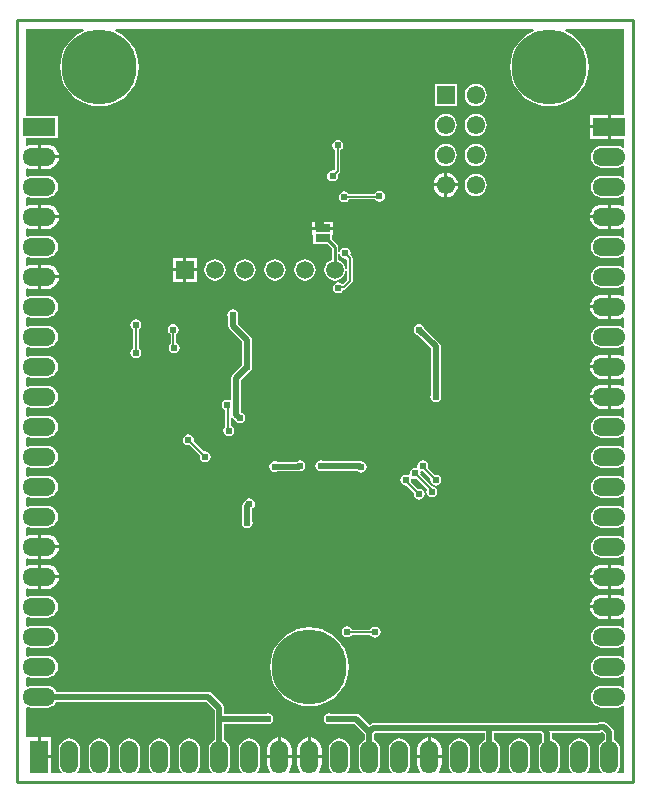
<source format=gbl>
G04*
G04 #@! TF.GenerationSoftware,Altium Limited,Altium Designer,20.0.11 (256)*
G04*
G04 Layer_Physical_Order=2*
G04 Layer_Color=16711680*
%FSLAX25Y25*%
%MOIN*%
G70*
G01*
G75*
%ADD11C,0.02000*%
%ADD14C,0.01000*%
%ADD45C,0.00600*%
%ADD47C,0.02500*%
%ADD49C,0.05906*%
%ADD50R,0.05906X0.05906*%
%ADD51C,0.06102*%
%ADD52R,0.06102X0.06102*%
%ADD53C,0.25000*%
%ADD54O,0.11000X0.06000*%
%ADD55R,0.11000X0.06000*%
%ADD56O,0.06000X0.11000*%
%ADD57R,0.06000X0.11000*%
%ADD58C,0.02400*%
%ADD59R,0.05000X0.02500*%
G36*
X522474Y369000D02*
X518000D01*
Y365000D01*
Y361000D01*
X522474D01*
Y358205D01*
X522026Y357983D01*
X521815Y358145D01*
X520940Y358507D01*
X520000Y358631D01*
X515000D01*
X514060Y358507D01*
X513184Y358145D01*
X512432Y357568D01*
X511855Y356816D01*
X511493Y355940D01*
X511369Y355000D01*
X511493Y354060D01*
X511855Y353185D01*
X512432Y352432D01*
X513184Y351855D01*
X514060Y351493D01*
X515000Y351369D01*
X520000D01*
X520940Y351493D01*
X521815Y351855D01*
X522026Y352017D01*
X522474Y351796D01*
Y348204D01*
X522026Y347983D01*
X521815Y348145D01*
X520940Y348507D01*
X520000Y348631D01*
X515000D01*
X514060Y348507D01*
X513184Y348145D01*
X512432Y347568D01*
X511855Y346815D01*
X511493Y345940D01*
X511369Y345000D01*
X511493Y344060D01*
X511855Y343184D01*
X512432Y342432D01*
X513184Y341855D01*
X514060Y341493D01*
X515000Y341369D01*
X520000D01*
X520940Y341493D01*
X521815Y341855D01*
X522026Y342017D01*
X522474Y341795D01*
Y338709D01*
X522340Y338643D01*
X521974Y338512D01*
X521044Y338897D01*
X520000Y339035D01*
X518000D01*
Y335000D01*
Y330965D01*
X520000D01*
X521044Y331103D01*
X521974Y331488D01*
X522340Y331358D01*
X522474Y331291D01*
Y328204D01*
X522026Y327983D01*
X521815Y328145D01*
X520940Y328507D01*
X520000Y328631D01*
X515000D01*
X514060Y328507D01*
X513184Y328145D01*
X512432Y327568D01*
X511855Y326816D01*
X511493Y325940D01*
X511369Y325000D01*
X511493Y324060D01*
X511855Y323184D01*
X512432Y322432D01*
X513184Y321855D01*
X514060Y321493D01*
X515000Y321369D01*
X520000D01*
X520940Y321493D01*
X521815Y321855D01*
X522026Y322017D01*
X522474Y321796D01*
Y318204D01*
X522026Y317983D01*
X521815Y318145D01*
X520940Y318507D01*
X520000Y318631D01*
X515000D01*
X514060Y318507D01*
X513184Y318145D01*
X512432Y317567D01*
X511855Y316815D01*
X511493Y315940D01*
X511369Y315000D01*
X511493Y314060D01*
X511855Y313184D01*
X512432Y312433D01*
X513184Y311855D01*
X514060Y311493D01*
X515000Y311369D01*
X520000D01*
X520940Y311493D01*
X521815Y311855D01*
X522026Y312017D01*
X522474Y311795D01*
Y308709D01*
X522340Y308643D01*
X521974Y308512D01*
X521044Y308897D01*
X520000Y309034D01*
X518000D01*
Y305000D01*
Y300965D01*
X520000D01*
X521044Y301103D01*
X521974Y301488D01*
X522340Y301358D01*
X522474Y301291D01*
Y298204D01*
X522026Y297983D01*
X521815Y298145D01*
X520940Y298507D01*
X520000Y298631D01*
X515000D01*
X514060Y298507D01*
X513184Y298145D01*
X512432Y297568D01*
X511855Y296815D01*
X511493Y295940D01*
X511369Y295000D01*
X511493Y294060D01*
X511855Y293184D01*
X512432Y292432D01*
X513184Y291855D01*
X514060Y291493D01*
X515000Y291369D01*
X520000D01*
X520940Y291493D01*
X521815Y291855D01*
X522026Y292017D01*
X522474Y291795D01*
Y288709D01*
X522340Y288643D01*
X521974Y288512D01*
X521044Y288897D01*
X520000Y289035D01*
X518000D01*
Y285000D01*
Y280965D01*
X520000D01*
X521044Y281103D01*
X521974Y281488D01*
X522340Y281358D01*
X522474Y281291D01*
Y278709D01*
X522340Y278643D01*
X521974Y278512D01*
X521044Y278897D01*
X520000Y279034D01*
X518000D01*
Y275000D01*
Y270966D01*
X520000D01*
X521044Y271103D01*
X521974Y271488D01*
X522340Y271357D01*
X522474Y271291D01*
Y268204D01*
X522026Y267983D01*
X521815Y268145D01*
X520940Y268507D01*
X520000Y268631D01*
X515000D01*
X514060Y268507D01*
X513184Y268145D01*
X512432Y267567D01*
X511855Y266815D01*
X511493Y265940D01*
X511369Y265000D01*
X511493Y264060D01*
X511855Y263184D01*
X512432Y262433D01*
X513184Y261855D01*
X514060Y261493D01*
X515000Y261369D01*
X520000D01*
X520940Y261493D01*
X521815Y261855D01*
X522026Y262017D01*
X522474Y261795D01*
Y258205D01*
X522026Y257983D01*
X521815Y258145D01*
X520940Y258507D01*
X520000Y258631D01*
X515000D01*
X514060Y258507D01*
X513184Y258145D01*
X512432Y257568D01*
X511855Y256816D01*
X511493Y255940D01*
X511369Y255000D01*
X511493Y254060D01*
X511855Y253185D01*
X512432Y252432D01*
X513184Y251855D01*
X514060Y251493D01*
X515000Y251369D01*
X520000D01*
X520940Y251493D01*
X521815Y251855D01*
X522026Y252017D01*
X522474Y251796D01*
Y248204D01*
X522026Y247983D01*
X521815Y248145D01*
X520940Y248507D01*
X520000Y248631D01*
X515000D01*
X514060Y248507D01*
X513184Y248145D01*
X512432Y247568D01*
X511855Y246815D01*
X511493Y245940D01*
X511369Y245000D01*
X511493Y244060D01*
X511855Y243184D01*
X512432Y242432D01*
X513184Y241855D01*
X514060Y241493D01*
X515000Y241369D01*
X520000D01*
X520940Y241493D01*
X521815Y241855D01*
X522026Y242017D01*
X522474Y241795D01*
Y238205D01*
X522026Y237983D01*
X521815Y238145D01*
X520940Y238507D01*
X520000Y238631D01*
X515000D01*
X514060Y238507D01*
X513184Y238145D01*
X512432Y237567D01*
X511855Y236816D01*
X511493Y235940D01*
X511369Y235000D01*
X511493Y234060D01*
X511855Y233185D01*
X512432Y232433D01*
X513184Y231855D01*
X514060Y231493D01*
X515000Y231369D01*
X520000D01*
X520940Y231493D01*
X521815Y231855D01*
X522026Y232017D01*
X522474Y231796D01*
Y228204D01*
X522026Y227983D01*
X521815Y228145D01*
X520940Y228507D01*
X520000Y228631D01*
X515000D01*
X514060Y228507D01*
X513184Y228145D01*
X512432Y227568D01*
X511855Y226816D01*
X511493Y225940D01*
X511369Y225000D01*
X511493Y224060D01*
X511855Y223184D01*
X512432Y222432D01*
X513184Y221855D01*
X514060Y221493D01*
X515000Y221369D01*
X520000D01*
X520940Y221493D01*
X521815Y221855D01*
X522026Y222017D01*
X522474Y221796D01*
Y218709D01*
X522340Y218642D01*
X521974Y218512D01*
X521044Y218897D01*
X520000Y219035D01*
X518000D01*
Y215000D01*
Y210965D01*
X520000D01*
X521044Y211103D01*
X521974Y211488D01*
X522340Y211357D01*
X522474Y211291D01*
Y208709D01*
X522340Y208643D01*
X521974Y208512D01*
X521044Y208897D01*
X520000Y209034D01*
X518000D01*
Y205000D01*
Y200965D01*
X520000D01*
X521044Y201103D01*
X521974Y201488D01*
X522340Y201358D01*
X522474Y201291D01*
Y198205D01*
X522026Y197983D01*
X521815Y198145D01*
X520940Y198507D01*
X520000Y198631D01*
X515000D01*
X514060Y198507D01*
X513184Y198145D01*
X512432Y197568D01*
X511855Y196816D01*
X511493Y195940D01*
X511369Y195000D01*
X511493Y194060D01*
X511855Y193184D01*
X512432Y192432D01*
X513184Y191855D01*
X514060Y191493D01*
X515000Y191369D01*
X520000D01*
X520940Y191493D01*
X521815Y191855D01*
X522026Y192017D01*
X522474Y191796D01*
Y188205D01*
X522026Y187983D01*
X521815Y188145D01*
X520940Y188507D01*
X520000Y188631D01*
X515000D01*
X514060Y188507D01*
X513184Y188145D01*
X512432Y187568D01*
X511855Y186816D01*
X511493Y185940D01*
X511369Y185000D01*
X511493Y184060D01*
X511855Y183185D01*
X512432Y182432D01*
X513184Y181855D01*
X514060Y181493D01*
X515000Y181369D01*
X520000D01*
X520940Y181493D01*
X521815Y181855D01*
X522026Y182017D01*
X522474Y181796D01*
Y178205D01*
X522026Y177983D01*
X521815Y178145D01*
X520940Y178507D01*
X520000Y178631D01*
X515000D01*
X514060Y178507D01*
X513184Y178145D01*
X512432Y177568D01*
X511855Y176815D01*
X511493Y175940D01*
X511369Y175000D01*
X511493Y174060D01*
X511855Y173185D01*
X512432Y172432D01*
X513184Y171855D01*
X514060Y171493D01*
X515000Y171369D01*
X520000D01*
X520940Y171493D01*
X521815Y171855D01*
X522026Y172017D01*
X522474Y171795D01*
Y149526D01*
X520287D01*
X520139Y150026D01*
X520645Y150684D01*
X521007Y151560D01*
X521131Y152500D01*
Y157500D01*
X521007Y158440D01*
X520645Y159316D01*
X520068Y160068D01*
X519315Y160645D01*
X519131Y160721D01*
Y163248D01*
X519007Y163872D01*
X518653Y164401D01*
X516982Y166073D01*
X516453Y166426D01*
X515828Y166551D01*
X514172D01*
X513547Y166426D01*
X513106Y166131D01*
X438672D01*
X438047Y166007D01*
X437518Y165654D01*
X437500Y165636D01*
X434250Y168885D01*
X433721Y169239D01*
X433097Y169363D01*
X424813D01*
X424717Y169427D01*
X424015Y169567D01*
X423313Y169427D01*
X422717Y169029D01*
X422319Y168434D01*
X422180Y167732D01*
X422319Y167030D01*
X422717Y166434D01*
X423313Y166036D01*
X424015Y165897D01*
X424717Y166036D01*
X424813Y166101D01*
X432421D01*
X435869Y162653D01*
Y160721D01*
X435684Y160645D01*
X434932Y160068D01*
X434355Y159316D01*
X433993Y158440D01*
X433869Y157500D01*
Y152500D01*
X433993Y151560D01*
X434355Y150684D01*
X434861Y150026D01*
X434713Y149526D01*
X430287D01*
X430139Y150026D01*
X430645Y150684D01*
X431007Y151560D01*
X431131Y152500D01*
Y157500D01*
X431007Y158440D01*
X430645Y159316D01*
X430068Y160068D01*
X429316Y160645D01*
X428440Y161007D01*
X427500Y161131D01*
X426560Y161007D01*
X425684Y160645D01*
X424932Y160068D01*
X424355Y159316D01*
X423993Y158440D01*
X423869Y157500D01*
Y152500D01*
X423993Y151560D01*
X424355Y150684D01*
X424861Y150026D01*
X424713Y149526D01*
X420890D01*
X420643Y150026D01*
X420994Y150483D01*
X421397Y151456D01*
X421534Y152500D01*
Y154500D01*
X417500D01*
X413465D01*
Y152500D01*
X413603Y151456D01*
X414006Y150483D01*
X414357Y150026D01*
X414110Y149526D01*
X410890D01*
X410643Y150026D01*
X410994Y150483D01*
X411397Y151456D01*
X411535Y152500D01*
Y154500D01*
X407500D01*
X403466D01*
Y152500D01*
X403603Y151456D01*
X404006Y150483D01*
X404357Y150026D01*
X404110Y149526D01*
X400287D01*
X400139Y150026D01*
X400645Y150684D01*
X401007Y151560D01*
X401131Y152500D01*
Y157500D01*
X401007Y158440D01*
X400645Y159316D01*
X400068Y160068D01*
X399316Y160645D01*
X398440Y161007D01*
X397500Y161131D01*
X396560Y161007D01*
X395685Y160645D01*
X394933Y160068D01*
X394355Y159316D01*
X393993Y158440D01*
X393869Y157500D01*
Y152500D01*
X393993Y151560D01*
X394355Y150684D01*
X394861Y150026D01*
X394713Y149526D01*
X390287D01*
X390139Y150026D01*
X390645Y150684D01*
X391007Y151560D01*
X391131Y152500D01*
Y157500D01*
X391007Y158440D01*
X390645Y159316D01*
X390068Y160068D01*
X389316Y160645D01*
X389131Y160721D01*
Y166101D01*
X402744D01*
X402840Y166036D01*
X403542Y165897D01*
X404245Y166036D01*
X404840Y166434D01*
X405238Y167030D01*
X405378Y167732D01*
X405238Y168434D01*
X404840Y169029D01*
X404245Y169427D01*
X403542Y169567D01*
X402840Y169427D01*
X402744Y169363D01*
X389131D01*
Y171300D01*
X389007Y171924D01*
X388653Y172453D01*
X384953Y176154D01*
X384424Y176507D01*
X383800Y176631D01*
X333221D01*
X333145Y176815D01*
X332568Y177568D01*
X331816Y178145D01*
X330940Y178507D01*
X330000Y178631D01*
X325000D01*
X324060Y178507D01*
X323526Y178286D01*
X323026Y178620D01*
Y181380D01*
X323526Y181714D01*
X324060Y181493D01*
X325000Y181369D01*
X330000D01*
X330940Y181493D01*
X331816Y181855D01*
X332568Y182432D01*
X333145Y183185D01*
X333507Y184060D01*
X333631Y185000D01*
X333507Y185940D01*
X333145Y186816D01*
X332568Y187568D01*
X331816Y188145D01*
X330940Y188507D01*
X330000Y188631D01*
X325000D01*
X324060Y188507D01*
X323526Y188286D01*
X323026Y188620D01*
Y191380D01*
X323526Y191714D01*
X324060Y191493D01*
X325000Y191369D01*
X330000D01*
X330940Y191493D01*
X331816Y191855D01*
X332568Y192432D01*
X333145Y193184D01*
X333507Y194060D01*
X333631Y195000D01*
X333507Y195940D01*
X333145Y196816D01*
X332568Y197568D01*
X331816Y198145D01*
X330940Y198507D01*
X330000Y198631D01*
X325000D01*
X324060Y198507D01*
X323526Y198286D01*
X323026Y198620D01*
Y201380D01*
X323526Y201714D01*
X324060Y201493D01*
X325000Y201369D01*
X330000D01*
X330940Y201493D01*
X331816Y201855D01*
X332568Y202432D01*
X333145Y203185D01*
X333507Y204060D01*
X333631Y205000D01*
X333507Y205940D01*
X333145Y206816D01*
X332568Y207568D01*
X331816Y208145D01*
X330940Y208507D01*
X330000Y208631D01*
X325000D01*
X324060Y208507D01*
X323526Y208286D01*
X323026Y208620D01*
Y211038D01*
X323442Y211316D01*
X323956Y211103D01*
X325000Y210965D01*
X327000D01*
Y215000D01*
Y219035D01*
X325000D01*
X323956Y218897D01*
X323442Y218684D01*
X323026Y218962D01*
Y221038D01*
X323442Y221316D01*
X323956Y221103D01*
X325000Y220966D01*
X327000D01*
Y225000D01*
Y229034D01*
X325000D01*
X323956Y228897D01*
X323442Y228684D01*
X323026Y228962D01*
Y231380D01*
X323526Y231714D01*
X324060Y231493D01*
X325000Y231369D01*
X330000D01*
X330940Y231493D01*
X331816Y231855D01*
X332568Y232433D01*
X333145Y233185D01*
X333507Y234060D01*
X333631Y235000D01*
X333507Y235940D01*
X333145Y236816D01*
X332568Y237567D01*
X331816Y238145D01*
X330940Y238507D01*
X330000Y238631D01*
X325000D01*
X324060Y238507D01*
X323526Y238286D01*
X323026Y238620D01*
Y241380D01*
X323526Y241714D01*
X324060Y241493D01*
X325000Y241369D01*
X330000D01*
X330940Y241493D01*
X331816Y241855D01*
X332568Y242432D01*
X333145Y243184D01*
X333507Y244060D01*
X333631Y245000D01*
X333507Y245940D01*
X333145Y246815D01*
X332568Y247568D01*
X331816Y248145D01*
X330940Y248507D01*
X330000Y248631D01*
X325000D01*
X324060Y248507D01*
X323526Y248286D01*
X323026Y248620D01*
Y251380D01*
X323526Y251714D01*
X324060Y251493D01*
X325000Y251369D01*
X330000D01*
X330940Y251493D01*
X331816Y251855D01*
X332568Y252432D01*
X333145Y253185D01*
X333507Y254060D01*
X333631Y255000D01*
X333507Y255940D01*
X333145Y256816D01*
X332568Y257568D01*
X331816Y258145D01*
X330940Y258507D01*
X330000Y258631D01*
X325000D01*
X324060Y258507D01*
X323526Y258286D01*
X323026Y258620D01*
Y261380D01*
X323526Y261714D01*
X324060Y261493D01*
X325000Y261369D01*
X330000D01*
X330940Y261493D01*
X331816Y261855D01*
X332568Y262433D01*
X333145Y263184D01*
X333507Y264060D01*
X333631Y265000D01*
X333507Y265940D01*
X333145Y266815D01*
X332568Y267567D01*
X331816Y268145D01*
X330940Y268507D01*
X330000Y268631D01*
X325000D01*
X324060Y268507D01*
X323526Y268286D01*
X323026Y268620D01*
Y271380D01*
X323526Y271714D01*
X324060Y271493D01*
X325000Y271369D01*
X330000D01*
X330940Y271493D01*
X331816Y271855D01*
X332568Y272432D01*
X333145Y273184D01*
X333507Y274060D01*
X333631Y275000D01*
X333507Y275940D01*
X333145Y276816D01*
X332568Y277568D01*
X331816Y278145D01*
X330940Y278507D01*
X330000Y278631D01*
X325000D01*
X324060Y278507D01*
X323526Y278286D01*
X323026Y278620D01*
Y281380D01*
X323526Y281714D01*
X324060Y281493D01*
X325000Y281369D01*
X330000D01*
X330940Y281493D01*
X331816Y281855D01*
X332568Y282433D01*
X333145Y283185D01*
X333507Y284060D01*
X333631Y285000D01*
X333507Y285940D01*
X333145Y286816D01*
X332568Y287567D01*
X331816Y288145D01*
X330940Y288507D01*
X330000Y288631D01*
X325000D01*
X324060Y288507D01*
X323526Y288286D01*
X323026Y288620D01*
Y291380D01*
X323526Y291714D01*
X324060Y291493D01*
X325000Y291369D01*
X330000D01*
X330940Y291493D01*
X331816Y291855D01*
X332568Y292432D01*
X333145Y293184D01*
X333507Y294060D01*
X333631Y295000D01*
X333507Y295940D01*
X333145Y296815D01*
X332568Y297568D01*
X331816Y298145D01*
X330940Y298507D01*
X330000Y298631D01*
X325000D01*
X324060Y298507D01*
X323526Y298286D01*
X323026Y298620D01*
Y301380D01*
X323526Y301714D01*
X324060Y301493D01*
X325000Y301369D01*
X330000D01*
X330940Y301493D01*
X331816Y301855D01*
X332568Y302432D01*
X333145Y303185D01*
X333507Y304060D01*
X333631Y305000D01*
X333507Y305940D01*
X333145Y306816D01*
X332568Y307568D01*
X331816Y308145D01*
X330940Y308507D01*
X330000Y308631D01*
X325000D01*
X324060Y308507D01*
X323526Y308286D01*
X323026Y308620D01*
Y311038D01*
X323442Y311316D01*
X323956Y311103D01*
X325000Y310965D01*
X327000D01*
Y315000D01*
Y319035D01*
X325000D01*
X323956Y318897D01*
X323442Y318684D01*
X323026Y318962D01*
Y321380D01*
X323526Y321714D01*
X324060Y321493D01*
X325000Y321369D01*
X330000D01*
X330940Y321493D01*
X331816Y321855D01*
X332568Y322432D01*
X333145Y323184D01*
X333507Y324060D01*
X333631Y325000D01*
X333507Y325940D01*
X333145Y326816D01*
X332568Y327568D01*
X331816Y328145D01*
X330940Y328507D01*
X330000Y328631D01*
X325000D01*
X324060Y328507D01*
X323526Y328286D01*
X323026Y328620D01*
Y331038D01*
X323442Y331316D01*
X323956Y331103D01*
X325000Y330965D01*
X327000D01*
Y335000D01*
Y339035D01*
X325000D01*
X323956Y338897D01*
X323442Y338684D01*
X323026Y338962D01*
Y341380D01*
X323526Y341714D01*
X324060Y341493D01*
X325000Y341369D01*
X330000D01*
X330940Y341493D01*
X331816Y341855D01*
X332568Y342432D01*
X333145Y343184D01*
X333507Y344060D01*
X333631Y345000D01*
X333507Y345940D01*
X333145Y346815D01*
X332568Y347568D01*
X331816Y348145D01*
X330940Y348507D01*
X330000Y348631D01*
X325000D01*
X324060Y348507D01*
X323526Y348286D01*
X323026Y348620D01*
Y351038D01*
X323442Y351316D01*
X323956Y351103D01*
X325000Y350965D01*
X327000D01*
Y355000D01*
Y359034D01*
X325000D01*
X323956Y358897D01*
X323442Y358684D01*
X323026Y358962D01*
Y361400D01*
X333600D01*
Y368600D01*
X323026D01*
Y397474D01*
X342102D01*
X342199Y396984D01*
X341534Y396708D01*
X339776Y395631D01*
X338208Y394292D01*
X336869Y392724D01*
X335792Y390966D01*
X335003Y389061D01*
X334521Y387056D01*
X334360Y385000D01*
X334521Y382944D01*
X335003Y380939D01*
X335792Y379034D01*
X336869Y377276D01*
X338208Y375708D01*
X339776Y374369D01*
X341534Y373292D01*
X343439Y372503D01*
X345444Y372021D01*
X347500Y371860D01*
X349556Y372021D01*
X351561Y372503D01*
X353466Y373292D01*
X355224Y374369D01*
X356792Y375708D01*
X358131Y377276D01*
X359208Y379034D01*
X359997Y380939D01*
X360479Y382944D01*
X360641Y385000D01*
X360479Y387056D01*
X359997Y389061D01*
X359208Y390966D01*
X358131Y392724D01*
X356792Y394292D01*
X355224Y395631D01*
X353466Y396708D01*
X352801Y396984D01*
X352898Y397474D01*
X492102D01*
X492199Y396984D01*
X491534Y396708D01*
X489776Y395631D01*
X488208Y394292D01*
X486869Y392724D01*
X485792Y390966D01*
X485003Y389061D01*
X484521Y387056D01*
X484360Y385000D01*
X484521Y382944D01*
X485003Y380939D01*
X485792Y379034D01*
X486869Y377276D01*
X488208Y375708D01*
X489776Y374369D01*
X491534Y373292D01*
X493439Y372503D01*
X495444Y372021D01*
X497500Y371860D01*
X499556Y372021D01*
X501561Y372503D01*
X503466Y373292D01*
X505224Y374369D01*
X506792Y375708D01*
X508131Y377276D01*
X509208Y379034D01*
X509997Y380939D01*
X510479Y382944D01*
X510640Y385000D01*
X510479Y387056D01*
X509997Y389061D01*
X509208Y390966D01*
X508131Y392724D01*
X506792Y394292D01*
X505224Y395631D01*
X503466Y396708D01*
X502801Y396984D01*
X502898Y397474D01*
X522474D01*
Y369000D01*
D02*
G37*
G36*
X385869Y170624D02*
Y167732D01*
Y160721D01*
X385684Y160645D01*
X384932Y160068D01*
X384355Y159316D01*
X383993Y158440D01*
X383869Y157500D01*
Y152500D01*
X383993Y151560D01*
X384355Y150684D01*
X384861Y150026D01*
X384713Y149526D01*
X380287D01*
X380139Y150026D01*
X380645Y150684D01*
X381007Y151560D01*
X381131Y152500D01*
Y157500D01*
X381007Y158440D01*
X380645Y159316D01*
X380067Y160068D01*
X379315Y160645D01*
X378440Y161007D01*
X377500Y161131D01*
X376560Y161007D01*
X375684Y160645D01*
X374933Y160068D01*
X374355Y159316D01*
X373993Y158440D01*
X373869Y157500D01*
Y152500D01*
X373993Y151560D01*
X374355Y150684D01*
X374861Y150026D01*
X374713Y149526D01*
X370287D01*
X370139Y150026D01*
X370645Y150684D01*
X371007Y151560D01*
X371131Y152500D01*
Y157500D01*
X371007Y158440D01*
X370645Y159316D01*
X370068Y160068D01*
X369316Y160645D01*
X368440Y161007D01*
X367500Y161131D01*
X366560Y161007D01*
X365685Y160645D01*
X364932Y160068D01*
X364355Y159316D01*
X363993Y158440D01*
X363869Y157500D01*
Y152500D01*
X363993Y151560D01*
X364355Y150684D01*
X364861Y150026D01*
X364713Y149526D01*
X360287D01*
X360139Y150026D01*
X360645Y150684D01*
X361007Y151560D01*
X361131Y152500D01*
Y157500D01*
X361007Y158440D01*
X360645Y159316D01*
X360068Y160068D01*
X359315Y160645D01*
X358440Y161007D01*
X357500Y161131D01*
X356560Y161007D01*
X355684Y160645D01*
X354932Y160068D01*
X354355Y159316D01*
X353993Y158440D01*
X353869Y157500D01*
Y152500D01*
X353993Y151560D01*
X354355Y150684D01*
X354861Y150026D01*
X354713Y149526D01*
X350287D01*
X350139Y150026D01*
X350645Y150684D01*
X351007Y151560D01*
X351131Y152500D01*
Y157500D01*
X351007Y158440D01*
X350645Y159316D01*
X350067Y160068D01*
X349316Y160645D01*
X348440Y161007D01*
X347500Y161131D01*
X346560Y161007D01*
X345685Y160645D01*
X344933Y160068D01*
X344355Y159316D01*
X343993Y158440D01*
X343869Y157500D01*
Y152500D01*
X343993Y151560D01*
X344355Y150684D01*
X344861Y150026D01*
X344713Y149526D01*
X340287D01*
X340139Y150026D01*
X340645Y150684D01*
X341007Y151560D01*
X341131Y152500D01*
Y157500D01*
X341007Y158440D01*
X340645Y159316D01*
X340068Y160068D01*
X339316Y160645D01*
X338440Y161007D01*
X337500Y161131D01*
X336560Y161007D01*
X335684Y160645D01*
X334932Y160068D01*
X334355Y159316D01*
X333993Y158440D01*
X333869Y157500D01*
Y152500D01*
X333993Y151560D01*
X334355Y150684D01*
X334861Y150026D01*
X334713Y149526D01*
X331500D01*
Y154500D01*
X327500D01*
Y155000D01*
X327000D01*
Y161500D01*
X323500D01*
Y161500D01*
X323026Y161562D01*
Y171380D01*
X323526Y171714D01*
X324060Y171493D01*
X325000Y171369D01*
X330000D01*
X330940Y171493D01*
X331816Y171855D01*
X332568Y172432D01*
X333145Y173185D01*
X333221Y173369D01*
X383124D01*
X385869Y170624D01*
D02*
G37*
G36*
X515869Y162572D02*
Y160721D01*
X515685Y160645D01*
X514932Y160068D01*
X514355Y159316D01*
X513993Y158440D01*
X513869Y157500D01*
Y152500D01*
X513993Y151560D01*
X514355Y150684D01*
X514861Y150026D01*
X514713Y149526D01*
X510287D01*
X510139Y150026D01*
X510645Y150684D01*
X511007Y151560D01*
X511131Y152500D01*
Y157500D01*
X511007Y158440D01*
X510645Y159316D01*
X510068Y160068D01*
X509315Y160645D01*
X508440Y161007D01*
X507500Y161131D01*
X506560Y161007D01*
X505685Y160645D01*
X504932Y160068D01*
X504355Y159316D01*
X503993Y158440D01*
X503869Y157500D01*
Y152500D01*
X503993Y151560D01*
X504355Y150684D01*
X504861Y150026D01*
X504713Y149526D01*
X500287D01*
X500139Y150026D01*
X500645Y150684D01*
X501007Y151560D01*
X501131Y152500D01*
Y157500D01*
X501007Y158440D01*
X500645Y159316D01*
X500068Y160068D01*
X499316Y160645D01*
X498440Y161007D01*
X498366Y161017D01*
Y162869D01*
X513752D01*
X514377Y162993D01*
X514818Y163288D01*
X515153D01*
X515869Y162572D01*
D02*
G37*
G36*
X495103Y162416D02*
Y160199D01*
X494932Y160068D01*
X494355Y159316D01*
X493993Y158440D01*
X493869Y157500D01*
Y152500D01*
X493993Y151560D01*
X494355Y150684D01*
X494861Y150026D01*
X494713Y149526D01*
X490287D01*
X490139Y150026D01*
X490645Y150684D01*
X491007Y151560D01*
X491131Y152500D01*
Y157500D01*
X491007Y158440D01*
X490645Y159316D01*
X490068Y160068D01*
X489316Y160645D01*
X488440Y161007D01*
X487500Y161131D01*
X486560Y161007D01*
X485684Y160645D01*
X484932Y160068D01*
X484355Y159316D01*
X483993Y158440D01*
X483869Y157500D01*
Y152500D01*
X483993Y151560D01*
X484355Y150684D01*
X484861Y150026D01*
X484713Y149526D01*
X480287D01*
X480139Y150026D01*
X480645Y150684D01*
X481007Y151560D01*
X481131Y152500D01*
Y157500D01*
X481007Y158440D01*
X480645Y159316D01*
X480068Y160068D01*
X479316Y160645D01*
X479131Y160721D01*
Y162869D01*
X494651D01*
X495103Y162416D01*
D02*
G37*
G36*
X475869Y160721D02*
X475684Y160645D01*
X474932Y160068D01*
X474355Y159316D01*
X473993Y158440D01*
X473869Y157500D01*
Y152500D01*
X473993Y151560D01*
X474355Y150684D01*
X474861Y150026D01*
X474713Y149526D01*
X470287D01*
X470139Y150026D01*
X470645Y150684D01*
X471007Y151560D01*
X471131Y152500D01*
Y157500D01*
X471007Y158440D01*
X470645Y159316D01*
X470068Y160068D01*
X469315Y160645D01*
X468440Y161007D01*
X467500Y161131D01*
X466560Y161007D01*
X465685Y160645D01*
X464932Y160068D01*
X464355Y159316D01*
X463993Y158440D01*
X463869Y157500D01*
Y152500D01*
X463993Y151560D01*
X464355Y150684D01*
X464861Y150026D01*
X464713Y149526D01*
X460890D01*
X460643Y150026D01*
X460994Y150483D01*
X461397Y151456D01*
X461535Y152500D01*
Y154500D01*
X457500D01*
Y155000D01*
D01*
Y154500D01*
X453466D01*
Y152500D01*
X453603Y151456D01*
X454006Y150483D01*
X454357Y150026D01*
X454110Y149526D01*
X450287D01*
X450139Y150026D01*
X450645Y150684D01*
X451007Y151560D01*
X451131Y152500D01*
Y157500D01*
X451007Y158440D01*
X450645Y159316D01*
X450068Y160068D01*
X449316Y160645D01*
X448440Y161007D01*
X447500Y161131D01*
X446560Y161007D01*
X445684Y160645D01*
X444932Y160068D01*
X444355Y159316D01*
X443993Y158440D01*
X443869Y157500D01*
Y152500D01*
X443993Y151560D01*
X444355Y150684D01*
X444861Y150026D01*
X444713Y149526D01*
X440287D01*
X440139Y150026D01*
X440645Y150684D01*
X441007Y151560D01*
X441131Y152500D01*
Y157500D01*
X441007Y158440D01*
X440645Y159316D01*
X440068Y160068D01*
X439316Y160645D01*
X439131Y160721D01*
Y162653D01*
X439347Y162869D01*
X475869D01*
Y160721D01*
D02*
G37*
%LPC*%
G36*
X466564Y379281D02*
X459262D01*
Y371979D01*
X466564D01*
Y379281D01*
D02*
G37*
G36*
X472913Y379313D02*
X471960Y379187D01*
X471072Y378820D01*
X470309Y378234D01*
X469724Y377472D01*
X469356Y376583D01*
X469231Y375630D01*
X469356Y374677D01*
X469724Y373789D01*
X470309Y373026D01*
X471072Y372441D01*
X471960Y372073D01*
X472913Y371948D01*
X473866Y372073D01*
X474755Y372441D01*
X475517Y373026D01*
X476102Y373789D01*
X476470Y374677D01*
X476596Y375630D01*
X476470Y376583D01*
X476102Y377472D01*
X475517Y378234D01*
X474755Y378820D01*
X473866Y379187D01*
X472913Y379313D01*
D02*
G37*
G36*
X517000Y369000D02*
X511000D01*
Y365500D01*
X517000D01*
Y369000D01*
D02*
G37*
G36*
X472913Y369313D02*
X471960Y369187D01*
X471072Y368820D01*
X470309Y368234D01*
X469724Y367472D01*
X469356Y366583D01*
X469231Y365630D01*
X469356Y364677D01*
X469724Y363789D01*
X470309Y363026D01*
X471072Y362441D01*
X471960Y362073D01*
X472913Y361948D01*
X473866Y362073D01*
X474755Y362441D01*
X475517Y363026D01*
X476102Y363789D01*
X476470Y364677D01*
X476596Y365630D01*
X476470Y366583D01*
X476102Y367472D01*
X475517Y368234D01*
X474755Y368820D01*
X473866Y369187D01*
X472913Y369313D01*
D02*
G37*
G36*
X462913D02*
X461960Y369187D01*
X461072Y368820D01*
X460309Y368234D01*
X459724Y367472D01*
X459356Y366583D01*
X459231Y365630D01*
X459356Y364677D01*
X459724Y363789D01*
X460309Y363026D01*
X461072Y362441D01*
X461960Y362073D01*
X462913Y361948D01*
X463866Y362073D01*
X464755Y362441D01*
X465517Y363026D01*
X466103Y363789D01*
X466470Y364677D01*
X466596Y365630D01*
X466470Y366583D01*
X466103Y367472D01*
X465517Y368234D01*
X464755Y368820D01*
X463866Y369187D01*
X462913Y369313D01*
D02*
G37*
G36*
X517000Y364500D02*
X511000D01*
Y361000D01*
X517000D01*
Y364500D01*
D02*
G37*
G36*
X330000Y359034D02*
X328000D01*
Y355500D01*
X333969D01*
X333897Y356044D01*
X333494Y357017D01*
X332853Y357853D01*
X332017Y358494D01*
X331044Y358897D01*
X330000Y359034D01*
D02*
G37*
G36*
X472913Y359313D02*
X471960Y359188D01*
X471072Y358820D01*
X470309Y358234D01*
X469724Y357472D01*
X469356Y356583D01*
X469231Y355630D01*
X469356Y354677D01*
X469724Y353789D01*
X470309Y353026D01*
X471072Y352441D01*
X471960Y352073D01*
X472913Y351948D01*
X473866Y352073D01*
X474755Y352441D01*
X475517Y353026D01*
X476102Y353789D01*
X476470Y354677D01*
X476596Y355630D01*
X476470Y356583D01*
X476102Y357472D01*
X475517Y358234D01*
X474755Y358820D01*
X473866Y359188D01*
X472913Y359313D01*
D02*
G37*
G36*
X462913D02*
X461960Y359188D01*
X461072Y358820D01*
X460309Y358234D01*
X459724Y357472D01*
X459356Y356583D01*
X459231Y355630D01*
X459356Y354677D01*
X459724Y353789D01*
X460309Y353026D01*
X461072Y352441D01*
X461960Y352073D01*
X462913Y351948D01*
X463866Y352073D01*
X464755Y352441D01*
X465517Y353026D01*
X466103Y353789D01*
X466470Y354677D01*
X466596Y355630D01*
X466470Y356583D01*
X466103Y357472D01*
X465517Y358234D01*
X464755Y358820D01*
X463866Y359188D01*
X462913Y359313D01*
D02*
G37*
G36*
X333969Y354500D02*
X328000D01*
Y350965D01*
X330000D01*
X331044Y351103D01*
X332017Y351506D01*
X332853Y352147D01*
X333494Y352983D01*
X333897Y353956D01*
X333969Y354500D01*
D02*
G37*
G36*
X426871Y360658D02*
X426169Y360518D01*
X425574Y360120D01*
X425176Y359525D01*
X425036Y358823D01*
X425176Y358120D01*
X425574Y357525D01*
X425954Y357271D01*
Y350819D01*
X425576Y350484D01*
X425196Y350559D01*
X424494Y350420D01*
X423899Y350022D01*
X423501Y349427D01*
X423361Y348724D01*
X423501Y348022D01*
X423899Y347427D01*
X424494Y347029D01*
X425196Y346889D01*
X425899Y347029D01*
X426494Y347427D01*
X426892Y348022D01*
X427031Y348724D01*
X426942Y349173D01*
X427520Y349751D01*
X427719Y350048D01*
X427789Y350400D01*
Y357271D01*
X428169Y357525D01*
X428567Y358120D01*
X428707Y358823D01*
X428567Y359525D01*
X428169Y360120D01*
X427574Y360518D01*
X426871Y360658D01*
D02*
G37*
G36*
X463413Y349651D02*
Y346130D01*
X466934D01*
X466860Y346688D01*
X466452Y347673D01*
X465803Y348520D01*
X464956Y349169D01*
X463971Y349577D01*
X463413Y349651D01*
D02*
G37*
G36*
X462413Y349651D02*
X461856Y349577D01*
X460870Y349169D01*
X460024Y348520D01*
X459375Y347673D01*
X458966Y346688D01*
X458893Y346130D01*
X462413D01*
Y349651D01*
D02*
G37*
G36*
X440807Y343717D02*
X440105Y343578D01*
X439510Y343180D01*
X439156Y342650D01*
X430686D01*
X430432Y343030D01*
X429836Y343428D01*
X429134Y343567D01*
X428432Y343428D01*
X427836Y343030D01*
X427438Y342435D01*
X427299Y341732D01*
X427438Y341030D01*
X427836Y340435D01*
X428432Y340037D01*
X429134Y339897D01*
X429836Y340037D01*
X430432Y340435D01*
X430686Y340815D01*
X439356D01*
X439510Y340584D01*
X440105Y340186D01*
X440807Y340047D01*
X441510Y340186D01*
X442105Y340584D01*
X442503Y341180D01*
X442643Y341882D01*
X442503Y342584D01*
X442105Y343180D01*
X441510Y343578D01*
X440807Y343717D01*
D02*
G37*
G36*
X472913Y349313D02*
X471960Y349187D01*
X471072Y348820D01*
X470309Y348234D01*
X469724Y347472D01*
X469356Y346583D01*
X469231Y345630D01*
X469356Y344677D01*
X469724Y343789D01*
X470309Y343026D01*
X471072Y342441D01*
X471960Y342073D01*
X472913Y341948D01*
X473866Y342073D01*
X474755Y342441D01*
X475517Y343026D01*
X476102Y343789D01*
X476470Y344677D01*
X476596Y345630D01*
X476470Y346583D01*
X476102Y347472D01*
X475517Y348234D01*
X474755Y348820D01*
X473866Y349187D01*
X472913Y349313D01*
D02*
G37*
G36*
X466934Y345130D02*
X463413D01*
Y341610D01*
X463971Y341683D01*
X464956Y342092D01*
X465803Y342741D01*
X466452Y343587D01*
X466860Y344573D01*
X466934Y345130D01*
D02*
G37*
G36*
X462413D02*
X458893D01*
X458966Y344573D01*
X459375Y343587D01*
X460024Y342741D01*
X460870Y342092D01*
X461856Y341683D01*
X462413Y341610D01*
Y345130D01*
D02*
G37*
G36*
X517000Y339035D02*
X515000D01*
X513956Y338897D01*
X512983Y338494D01*
X512147Y337853D01*
X511506Y337017D01*
X511103Y336044D01*
X511031Y335500D01*
X517000D01*
Y339035D01*
D02*
G37*
G36*
X330000D02*
X328000D01*
Y335500D01*
X333969D01*
X333897Y336044D01*
X333494Y337017D01*
X332853Y337853D01*
X332017Y338494D01*
X331044Y338897D01*
X330000Y339035D01*
D02*
G37*
G36*
X425394Y333401D02*
X422394D01*
Y331651D01*
X425394D01*
Y333401D01*
D02*
G37*
G36*
X421394D02*
X418394D01*
Y331651D01*
X421394D01*
Y333401D01*
D02*
G37*
G36*
X517000Y334500D02*
X511031D01*
X511103Y333956D01*
X511506Y332983D01*
X512147Y332147D01*
X512983Y331506D01*
X513956Y331103D01*
X515000Y330965D01*
X517000D01*
Y334500D01*
D02*
G37*
G36*
X333969D02*
X328000D01*
Y330965D01*
X330000D01*
X331044Y331103D01*
X332017Y331506D01*
X332853Y332147D01*
X333494Y332983D01*
X333897Y333956D01*
X333969Y334500D01*
D02*
G37*
G36*
X379918Y321277D02*
X376466D01*
Y317824D01*
X379918D01*
Y321277D01*
D02*
G37*
G36*
X375466D02*
X372013D01*
Y317824D01*
X375466D01*
Y321277D01*
D02*
G37*
G36*
X330000Y319035D02*
X328000D01*
Y315500D01*
X333969D01*
X333897Y316044D01*
X333494Y317017D01*
X332853Y317853D01*
X332017Y318494D01*
X331044Y318897D01*
X330000Y319035D01*
D02*
G37*
G36*
X415966Y320907D02*
X415038Y320785D01*
X414174Y320427D01*
X413432Y319858D01*
X412862Y319116D01*
X412504Y318251D01*
X412382Y317324D01*
X412504Y316397D01*
X412862Y315532D01*
X413432Y314790D01*
X414174Y314221D01*
X415038Y313863D01*
X415966Y313741D01*
X416893Y313863D01*
X417757Y314221D01*
X418500Y314790D01*
X419069Y315532D01*
X419427Y316397D01*
X419549Y317324D01*
X419427Y318251D01*
X419069Y319116D01*
X418500Y319858D01*
X417757Y320427D01*
X416893Y320785D01*
X415966Y320907D01*
D02*
G37*
G36*
X405966D02*
X405038Y320785D01*
X404174Y320427D01*
X403432Y319858D01*
X402862Y319116D01*
X402504Y318251D01*
X402382Y317324D01*
X402504Y316397D01*
X402862Y315532D01*
X403432Y314790D01*
X404174Y314221D01*
X405038Y313863D01*
X405966Y313741D01*
X406893Y313863D01*
X407757Y314221D01*
X408499Y314790D01*
X409069Y315532D01*
X409427Y316397D01*
X409549Y317324D01*
X409427Y318251D01*
X409069Y319116D01*
X408499Y319858D01*
X407757Y320427D01*
X406893Y320785D01*
X405966Y320907D01*
D02*
G37*
G36*
X395966D02*
X395038Y320785D01*
X394174Y320427D01*
X393432Y319858D01*
X392862Y319116D01*
X392504Y318251D01*
X392382Y317324D01*
X392504Y316397D01*
X392862Y315532D01*
X393432Y314790D01*
X394174Y314221D01*
X395038Y313863D01*
X395966Y313741D01*
X396893Y313863D01*
X397757Y314221D01*
X398499Y314790D01*
X399069Y315532D01*
X399427Y316397D01*
X399549Y317324D01*
X399427Y318251D01*
X399069Y319116D01*
X398499Y319858D01*
X397757Y320427D01*
X396893Y320785D01*
X395966Y320907D01*
D02*
G37*
G36*
X385966D02*
X385038Y320785D01*
X384174Y320427D01*
X383432Y319858D01*
X382862Y319116D01*
X382504Y318251D01*
X382382Y317324D01*
X382504Y316397D01*
X382862Y315532D01*
X383432Y314790D01*
X384174Y314221D01*
X385038Y313863D01*
X385966Y313741D01*
X386893Y313863D01*
X387757Y314221D01*
X388499Y314790D01*
X389069Y315532D01*
X389427Y316397D01*
X389549Y317324D01*
X389427Y318251D01*
X389069Y319116D01*
X388499Y319858D01*
X387757Y320427D01*
X386893Y320785D01*
X385966Y320907D01*
D02*
G37*
G36*
X379918Y316824D02*
X376466D01*
Y313371D01*
X379918D01*
Y316824D01*
D02*
G37*
G36*
X375466D02*
X372013D01*
Y313371D01*
X375466D01*
Y316824D01*
D02*
G37*
G36*
X425394Y330651D02*
X421894D01*
X418394D01*
Y328901D01*
X418794D01*
Y326058D01*
X423408D01*
X424844Y324621D01*
Y320705D01*
X424174Y320427D01*
X423432Y319858D01*
X422862Y319116D01*
X422504Y318251D01*
X422382Y317324D01*
X422504Y316397D01*
X422862Y315532D01*
X423432Y314790D01*
X424174Y314221D01*
X425038Y313863D01*
X425966Y313741D01*
X426893Y313863D01*
X427757Y314221D01*
X428500Y314790D01*
X429069Y315532D01*
X429427Y316397D01*
X429549Y317324D01*
X429427Y318251D01*
X429069Y319116D01*
X428500Y319858D01*
X427757Y320427D01*
X427087Y320705D01*
Y322529D01*
X427587Y322578D01*
X427676Y322132D01*
X428074Y321537D01*
X428669Y321139D01*
X429372Y320999D01*
X429627Y321050D01*
X430048Y320686D01*
Y314007D01*
X428721Y312680D01*
X428462Y312705D01*
X427867Y313103D01*
X427164Y313243D01*
X426462Y313103D01*
X425867Y312705D01*
X425469Y312110D01*
X425329Y311408D01*
X425469Y310705D01*
X425867Y310110D01*
X426462Y309712D01*
X427164Y309573D01*
X427867Y309712D01*
X428462Y310110D01*
X428779Y310584D01*
X428840D01*
X429191Y310654D01*
X429489Y310853D01*
X431614Y312979D01*
X431813Y313276D01*
X431883Y313627D01*
Y321240D01*
X431813Y321592D01*
X431614Y321889D01*
X431118Y322386D01*
X431207Y322835D01*
X431067Y323537D01*
X430669Y324132D01*
X430074Y324530D01*
X429372Y324670D01*
X428669Y324530D01*
X428074Y324132D01*
X427676Y323537D01*
X427587Y323091D01*
X427087Y323140D01*
Y325086D01*
X427087Y325086D01*
X427002Y325515D01*
X426759Y325879D01*
X426759Y325879D01*
X424994Y327644D01*
Y328901D01*
X425394D01*
Y330651D01*
D02*
G37*
G36*
X333969Y314500D02*
X328000D01*
Y310965D01*
X330000D01*
X331044Y311103D01*
X332017Y311506D01*
X332853Y312147D01*
X333494Y312983D01*
X333897Y313956D01*
X333969Y314500D01*
D02*
G37*
G36*
X517000Y309034D02*
X515000D01*
X513956Y308897D01*
X512983Y308494D01*
X512147Y307853D01*
X511506Y307017D01*
X511103Y306044D01*
X511031Y305500D01*
X517000D01*
Y309034D01*
D02*
G37*
G36*
Y304500D02*
X511031D01*
X511103Y303956D01*
X511506Y302983D01*
X512147Y302147D01*
X512983Y301506D01*
X513956Y301103D01*
X515000Y300965D01*
X517000D01*
Y304500D01*
D02*
G37*
G36*
X372095Y299282D02*
X371392Y299142D01*
X370797Y298744D01*
X370399Y298148D01*
X370259Y297446D01*
X370399Y296744D01*
X370797Y296148D01*
X371177Y295895D01*
Y292657D01*
X371143Y292635D01*
X370745Y292040D01*
X370606Y291337D01*
X370745Y290635D01*
X371143Y290039D01*
X371739Y289642D01*
X372441Y289502D01*
X373143Y289642D01*
X373739Y290039D01*
X374136Y290635D01*
X374276Y291337D01*
X374136Y292040D01*
X373739Y292635D01*
X373143Y293033D01*
X373012Y293059D01*
Y295895D01*
X373392Y296148D01*
X373790Y296744D01*
X373930Y297446D01*
X373790Y298148D01*
X373392Y298744D01*
X372797Y299142D01*
X372095Y299282D01*
D02*
G37*
G36*
X359652Y300857D02*
X358950Y300717D01*
X358354Y300319D01*
X357957Y299724D01*
X357817Y299022D01*
X357957Y298319D01*
X358354Y297724D01*
X358735Y297470D01*
Y291265D01*
X358354Y291011D01*
X357957Y290416D01*
X357817Y289713D01*
X357957Y289011D01*
X358354Y288416D01*
X358950Y288018D01*
X359652Y287878D01*
X360354Y288018D01*
X360950Y288416D01*
X361348Y289011D01*
X361488Y289713D01*
X361348Y290416D01*
X360950Y291011D01*
X360570Y291265D01*
Y297470D01*
X360950Y297724D01*
X361348Y298319D01*
X361488Y299022D01*
X361348Y299724D01*
X360950Y300319D01*
X360354Y300717D01*
X359652Y300857D01*
D02*
G37*
G36*
X517000Y289035D02*
X515000D01*
X513956Y288897D01*
X512983Y288494D01*
X512147Y287853D01*
X511506Y287017D01*
X511103Y286044D01*
X511031Y285500D01*
X517000D01*
Y289035D01*
D02*
G37*
G36*
Y284500D02*
X511031D01*
X511103Y283956D01*
X511506Y282983D01*
X512147Y282147D01*
X512983Y281506D01*
X513956Y281103D01*
X515000Y280965D01*
X517000D01*
Y284500D01*
D02*
G37*
G36*
Y279034D02*
X515000D01*
X513956Y278897D01*
X512983Y278494D01*
X512147Y277853D01*
X511506Y277017D01*
X511103Y276044D01*
X511031Y275500D01*
X517000D01*
Y279034D01*
D02*
G37*
G36*
X391981Y304199D02*
X391279Y304059D01*
X390683Y303661D01*
X390285Y303066D01*
X390146Y302363D01*
X390285Y301661D01*
X390426Y301450D01*
Y298671D01*
X390550Y298047D01*
X390904Y297517D01*
X395032Y293390D01*
Y285798D01*
X394967Y285702D01*
X394945Y285589D01*
X391957Y282601D01*
X391603Y282072D01*
X391479Y281448D01*
Y274059D01*
X390979Y273792D01*
X390816Y273901D01*
X390114Y274041D01*
X389411Y273901D01*
X388816Y273503D01*
X388418Y272908D01*
X388279Y272205D01*
X388418Y271503D01*
X388816Y270908D01*
X389411Y270510D01*
X389415Y270509D01*
Y265185D01*
X389253Y265077D01*
X388856Y264482D01*
X388716Y263779D01*
X388856Y263077D01*
X389253Y262482D01*
X389849Y262084D01*
X390551Y261944D01*
X391253Y262084D01*
X391849Y262482D01*
X392247Y263077D01*
X392386Y263779D01*
X392247Y264482D01*
X391849Y265077D01*
X391253Y265475D01*
X391250Y265476D01*
Y268097D01*
X391750Y268249D01*
X391957Y267939D01*
X392515Y267381D01*
X392538Y267268D01*
X392936Y266672D01*
X393531Y266274D01*
X394233Y266135D01*
X394936Y266274D01*
X395531Y266672D01*
X395929Y267268D01*
X396069Y267970D01*
X395929Y268672D01*
X395531Y269268D01*
X394936Y269666D01*
X394822Y269688D01*
X394742Y269769D01*
Y280772D01*
X397252Y283282D01*
X397365Y283304D01*
X397961Y283702D01*
X398359Y284298D01*
X398498Y285000D01*
X398359Y285702D01*
X398294Y285798D01*
Y294065D01*
X398170Y294690D01*
X397816Y295219D01*
X393689Y299347D01*
Y301723D01*
X393816Y302363D01*
X393676Y303066D01*
X393279Y303661D01*
X392683Y304059D01*
X391981Y304199D01*
D02*
G37*
G36*
X454035Y299282D02*
X453333Y299142D01*
X452738Y298744D01*
X452340Y298149D01*
X452200Y297446D01*
X452340Y296744D01*
X452738Y296149D01*
X453333Y295751D01*
X453446Y295728D01*
X457916Y291259D01*
Y275798D01*
X457852Y275702D01*
X457712Y275000D01*
X457852Y274298D01*
X458250Y273702D01*
X458845Y273304D01*
X459548Y273165D01*
X460250Y273304D01*
X460845Y273702D01*
X461243Y274298D01*
X461383Y275000D01*
X461243Y275702D01*
X461179Y275798D01*
Y291934D01*
X461055Y292559D01*
X460701Y293088D01*
X455754Y298035D01*
X455731Y298149D01*
X455333Y298744D01*
X454738Y299142D01*
X454035Y299282D01*
D02*
G37*
G36*
X517000Y274500D02*
X511031D01*
X511103Y273956D01*
X511506Y272983D01*
X512147Y272147D01*
X512983Y271506D01*
X513956Y271103D01*
X515000Y270966D01*
X517000D01*
Y274500D01*
D02*
G37*
G36*
X414291Y253804D02*
X413588Y253664D01*
X413206Y253408D01*
X406764D01*
X406668Y253473D01*
X405966Y253612D01*
X405263Y253473D01*
X404668Y253075D01*
X404270Y252479D01*
X404130Y251777D01*
X404270Y251075D01*
X404668Y250479D01*
X405263Y250081D01*
X405966Y249942D01*
X406668Y250081D01*
X406764Y250146D01*
X414099D01*
X414164Y250159D01*
X414291Y250133D01*
X414993Y250273D01*
X415589Y250671D01*
X415986Y251266D01*
X416126Y251969D01*
X415986Y252671D01*
X415589Y253266D01*
X414993Y253664D01*
X414291Y253804D01*
D02*
G37*
G36*
X377165Y262465D02*
X376463Y262326D01*
X375868Y261928D01*
X375470Y261332D01*
X375330Y260630D01*
X375470Y259928D01*
X375868Y259332D01*
X376463Y258934D01*
X377165Y258795D01*
X377614Y258884D01*
X380951Y255547D01*
X380842Y255000D01*
X380982Y254298D01*
X381379Y253702D01*
X381975Y253304D01*
X382677Y253165D01*
X383380Y253304D01*
X383975Y253702D01*
X384373Y254298D01*
X384512Y255000D01*
X384373Y255702D01*
X383975Y256298D01*
X383380Y256696D01*
X382677Y256835D01*
X382327Y256766D01*
X378911Y260182D01*
X379001Y260630D01*
X378861Y261332D01*
X378463Y261928D01*
X377868Y262326D01*
X377165Y262465D01*
D02*
G37*
G36*
X455282Y253836D02*
X454579Y253696D01*
X453984Y253298D01*
X453586Y252703D01*
X453446Y252000D01*
X453518Y251642D01*
X453089Y251236D01*
X452677Y251318D01*
X451975Y251179D01*
X451380Y250781D01*
X450982Y250185D01*
X450842Y249483D01*
X450906Y249161D01*
X450456Y248860D01*
X450320Y248951D01*
X449617Y249091D01*
X448915Y248951D01*
X448320Y248553D01*
X447922Y247958D01*
X447782Y247256D01*
X447922Y246553D01*
X448320Y245958D01*
X448915Y245560D01*
X449617Y245420D01*
X449801Y245457D01*
X452289Y242968D01*
X452200Y242520D01*
X452340Y241817D01*
X452738Y241222D01*
X453333Y240824D01*
X454035Y240684D01*
X454738Y240824D01*
X455333Y241222D01*
X455731Y241817D01*
X455871Y242520D01*
X455731Y243222D01*
X455333Y243817D01*
X454738Y244215D01*
X454035Y244355D01*
X453587Y244266D01*
X451308Y246545D01*
X451313Y246553D01*
X451453Y247256D01*
X451389Y247578D01*
X451839Y247879D01*
X451975Y247787D01*
X452677Y247648D01*
X453126Y247737D01*
X456685Y244178D01*
X456572Y244009D01*
X456432Y243307D01*
X456572Y242605D01*
X456970Y242009D01*
X457565Y241612D01*
X458268Y241472D01*
X458970Y241612D01*
X459565Y242009D01*
X459963Y242605D01*
X460103Y243307D01*
X459963Y244009D01*
X459565Y244605D01*
X458970Y245003D01*
X458328Y245130D01*
X454424Y249035D01*
X454513Y249483D01*
X454441Y249841D01*
X454871Y250247D01*
X455282Y250165D01*
X455331Y250175D01*
X457801Y247704D01*
X457712Y247256D01*
X457852Y246553D01*
X458250Y245958D01*
X458845Y245560D01*
X459548Y245420D01*
X460250Y245560D01*
X460845Y245958D01*
X461243Y246553D01*
X461383Y247256D01*
X461243Y247958D01*
X460845Y248553D01*
X460250Y248951D01*
X459548Y249091D01*
X459099Y249002D01*
X456907Y251194D01*
X456977Y251298D01*
X457117Y252000D01*
X456977Y252703D01*
X456579Y253298D01*
X455984Y253696D01*
X455282Y253836D01*
D02*
G37*
G36*
X421260Y253804D02*
X420557Y253664D01*
X419962Y253266D01*
X419564Y252671D01*
X419425Y251969D01*
X419564Y251266D01*
X419962Y250671D01*
X420557Y250273D01*
X421260Y250133D01*
X421962Y250273D01*
X422058Y250337D01*
X433373D01*
X433425Y250260D01*
X434020Y249862D01*
X434722Y249722D01*
X435425Y249862D01*
X436020Y250260D01*
X436418Y250855D01*
X436557Y251557D01*
X436418Y252260D01*
X436020Y252855D01*
X435425Y253253D01*
X435203Y253297D01*
X434936Y253476D01*
X434311Y253600D01*
X422058D01*
X421962Y253664D01*
X421260Y253804D01*
D02*
G37*
G36*
X397500Y241205D02*
X396798Y241066D01*
X396202Y240668D01*
X395804Y240072D01*
X395782Y239959D01*
X395626Y239803D01*
X395272Y239274D01*
X395148Y238649D01*
Y233869D01*
X395084Y233773D01*
X394944Y233071D01*
X395084Y232369D01*
X395481Y231773D01*
X396077Y231375D01*
X396779Y231236D01*
X397482Y231375D01*
X398077Y231773D01*
X398475Y232369D01*
X398615Y233071D01*
X398475Y233773D01*
X398411Y233869D01*
Y237814D01*
X398798Y238072D01*
X399196Y238668D01*
X399335Y239370D01*
X399196Y240072D01*
X398798Y240668D01*
X398202Y241066D01*
X397500Y241205D01*
D02*
G37*
G36*
X330000Y229034D02*
X328000D01*
Y225500D01*
X333969D01*
X333897Y226044D01*
X333494Y227017D01*
X332853Y227853D01*
X332017Y228494D01*
X331044Y228897D01*
X330000Y229034D01*
D02*
G37*
G36*
X333969Y224500D02*
X328000D01*
Y220966D01*
X330000D01*
X331044Y221103D01*
X332017Y221506D01*
X332853Y222147D01*
X333494Y222983D01*
X333897Y223956D01*
X333969Y224500D01*
D02*
G37*
G36*
X517000Y219035D02*
X515000D01*
X513956Y218897D01*
X512983Y218494D01*
X512147Y217853D01*
X511506Y217017D01*
X511103Y216044D01*
X511031Y215500D01*
X517000D01*
Y219035D01*
D02*
G37*
G36*
X330000D02*
X328000D01*
Y215500D01*
X333969D01*
X333897Y216044D01*
X333494Y217017D01*
X332853Y217853D01*
X332017Y218494D01*
X331044Y218897D01*
X330000Y219035D01*
D02*
G37*
G36*
X517000Y214500D02*
X511031D01*
X511103Y213956D01*
X511506Y212983D01*
X512147Y212147D01*
X512983Y211506D01*
X513956Y211103D01*
X515000Y210965D01*
X517000D01*
Y214500D01*
D02*
G37*
G36*
X333969D02*
X328000D01*
Y210965D01*
X330000D01*
X331044Y211103D01*
X332017Y211506D01*
X332853Y212147D01*
X333494Y212983D01*
X333897Y213956D01*
X333969Y214500D01*
D02*
G37*
G36*
X517000Y209034D02*
X515000D01*
X513956Y208897D01*
X512983Y208494D01*
X512147Y207853D01*
X511506Y207017D01*
X511103Y206044D01*
X511031Y205500D01*
X517000D01*
Y209034D01*
D02*
G37*
G36*
Y204500D02*
X511031D01*
X511103Y203956D01*
X511506Y202983D01*
X512147Y202147D01*
X512983Y201506D01*
X513956Y201103D01*
X515000Y200965D01*
X517000D01*
Y204500D01*
D02*
G37*
G36*
X430068Y198536D02*
X429365Y198396D01*
X428770Y197999D01*
X428372Y197403D01*
X428232Y196701D01*
X428372Y195999D01*
X428770Y195403D01*
X429365Y195005D01*
X430068Y194866D01*
X430770Y195005D01*
X431365Y195403D01*
X431502Y195607D01*
X437796D01*
X438050Y195227D01*
X438645Y194829D01*
X439347Y194690D01*
X440050Y194829D01*
X440645Y195227D01*
X441043Y195822D01*
X441183Y196525D01*
X441043Y197227D01*
X440645Y197822D01*
X440050Y198220D01*
X439347Y198360D01*
X438645Y198220D01*
X438050Y197822D01*
X437796Y197442D01*
X431737D01*
X431365Y197999D01*
X430770Y198396D01*
X430068Y198536D01*
D02*
G37*
G36*
X417500Y198141D02*
X415444Y197979D01*
X413439Y197497D01*
X411534Y196708D01*
X409776Y195631D01*
X408208Y194292D01*
X406869Y192724D01*
X405792Y190966D01*
X405003Y189061D01*
X404521Y187056D01*
X404359Y185000D01*
X404521Y182944D01*
X405003Y180939D01*
X405792Y179034D01*
X406869Y177276D01*
X408208Y175708D01*
X409776Y174369D01*
X411534Y173292D01*
X413439Y172503D01*
X415444Y172021D01*
X417500Y171860D01*
X419556Y172021D01*
X421561Y172503D01*
X423466Y173292D01*
X425224Y174369D01*
X426792Y175708D01*
X428131Y177276D01*
X429208Y179034D01*
X429997Y180939D01*
X430479Y182944D01*
X430641Y185000D01*
X430479Y187056D01*
X429997Y189061D01*
X429208Y190966D01*
X428131Y192724D01*
X426792Y194292D01*
X425224Y195631D01*
X423466Y196708D01*
X421561Y197497D01*
X419556Y197979D01*
X417500Y198141D01*
D02*
G37*
G36*
X418000Y161469D02*
Y155500D01*
X421534D01*
Y157500D01*
X421397Y158544D01*
X420994Y159517D01*
X420353Y160353D01*
X419517Y160994D01*
X418544Y161397D01*
X418000Y161469D01*
D02*
G37*
G36*
X408000D02*
Y155500D01*
X411535D01*
Y157500D01*
X411397Y158544D01*
X410994Y159517D01*
X410353Y160353D01*
X409517Y160994D01*
X408544Y161397D01*
X408000Y161469D01*
D02*
G37*
G36*
X417000D02*
X416456Y161397D01*
X415483Y160994D01*
X414647Y160353D01*
X414006Y159517D01*
X413603Y158544D01*
X413465Y157500D01*
Y155500D01*
X417000D01*
Y161469D01*
D02*
G37*
G36*
X407000D02*
X406456Y161397D01*
X405483Y160994D01*
X404647Y160353D01*
X404006Y159517D01*
X403603Y158544D01*
X403466Y157500D01*
Y155500D01*
X407000D01*
Y161469D01*
D02*
G37*
G36*
X331500Y161500D02*
X328000D01*
Y155500D01*
X331500D01*
Y161500D01*
D02*
G37*
G36*
X458000Y161469D02*
Y155500D01*
X461535D01*
Y157500D01*
X461397Y158544D01*
X460994Y159517D01*
X460353Y160353D01*
X459517Y160994D01*
X458544Y161397D01*
X458000Y161469D01*
D02*
G37*
G36*
X457000D02*
X456456Y161397D01*
X455483Y160994D01*
X454647Y160353D01*
X454006Y159517D01*
X453603Y158544D01*
X453466Y157500D01*
Y155500D01*
X457000D01*
Y161469D01*
D02*
G37*
%LPD*%
D11*
X393111Y281448D02*
X396663Y285000D01*
X393111Y269093D02*
Y281448D01*
Y269093D02*
X394233Y267970D01*
X396779Y233071D02*
Y238649D01*
X397500Y239370D01*
X387500Y167732D02*
Y171300D01*
Y155000D02*
Y167732D01*
X424015D02*
X433097D01*
X437500Y163328D01*
X387500Y167732D02*
X403542D01*
X327500Y175000D02*
X383800D01*
X387500Y171300D01*
X495326Y164500D02*
X513752D01*
X476900D02*
X495326D01*
X496735Y155765D02*
X497500Y155000D01*
X496735Y155765D02*
Y163092D01*
X495326Y164500D02*
X496735Y163092D01*
X458268Y164500D02*
X476900D01*
X477500Y155000D02*
Y163900D01*
X476900Y164500D02*
X477500Y163900D01*
X438672Y164500D02*
X458268D01*
X437500Y155000D02*
Y163328D01*
X438672Y164500D01*
X515828Y164919D02*
X517500Y163248D01*
X514172Y164919D02*
X515828D01*
X513752Y164500D02*
X514172Y164919D01*
X517500Y155000D02*
Y163248D01*
X396663Y285000D02*
Y294065D01*
X392057Y298671D02*
X396663Y294065D01*
X392057Y298671D02*
Y302287D01*
X391981Y302363D02*
X392057Y302287D01*
X421260Y251969D02*
X434311D01*
X434722Y251557D01*
X405966Y251777D02*
X414099D01*
X414291Y251969D01*
X454035Y297446D02*
X459548Y291934D01*
Y275000D02*
Y291934D01*
D14*
X425966Y317324D02*
Y325086D01*
X423144Y327908D02*
X425966Y325086D01*
X421894Y327908D02*
X423144D01*
X320000Y146500D02*
X525500D01*
Y400500D01*
X320000D02*
X525500D01*
X320000Y146500D02*
Y400500D01*
D45*
X430068Y196701D02*
X430244Y196525D01*
X439347D01*
X390333Y263998D02*
Y271987D01*
Y263998D02*
X390551Y263779D01*
X390114Y272205D02*
X390333Y271987D01*
X430966Y313627D02*
Y321240D01*
X427164Y311408D02*
X427258Y311502D01*
X428840D01*
X430966Y313627D01*
X429372Y322835D02*
X430966Y321240D01*
X382677Y255000D02*
Y255118D01*
X377165Y260630D02*
X382677Y255118D01*
X359652Y289713D02*
Y299022D01*
X372095Y291684D02*
Y297446D01*
Y291684D02*
X372441Y291337D01*
X429134Y341732D02*
X440658D01*
X440807Y341882D01*
X426871Y350400D02*
Y358823D01*
X425196Y348724D02*
X426871Y350400D01*
X449617Y246938D02*
X454035Y242520D01*
X449617Y246938D02*
Y247256D01*
X452677Y249483D02*
X458268Y243893D01*
Y243307D02*
Y243893D01*
X455282Y251522D02*
Y252000D01*
Y251522D02*
X459548Y247256D01*
D47*
X420644Y331151D02*
Y333577D01*
Y331151D02*
X421894D01*
X420361Y333860D02*
X420644Y333577D01*
D49*
X425966Y317324D02*
D03*
X415966D02*
D03*
X405966D02*
D03*
X395966D02*
D03*
X385966D02*
D03*
D50*
X375966D02*
D03*
D51*
X472913Y345630D02*
D03*
X462913D02*
D03*
X472913Y355630D02*
D03*
Y365630D02*
D03*
X462913Y355630D02*
D03*
Y365630D02*
D03*
X472913Y375630D02*
D03*
D52*
X462913D02*
D03*
D53*
X497500Y385000D02*
D03*
X347500D02*
D03*
X417500Y185000D02*
D03*
D54*
X517500Y175000D02*
D03*
Y185000D02*
D03*
Y195000D02*
D03*
Y205000D02*
D03*
Y215000D02*
D03*
Y225000D02*
D03*
Y235000D02*
D03*
Y245000D02*
D03*
Y255000D02*
D03*
Y265000D02*
D03*
Y275000D02*
D03*
Y285000D02*
D03*
Y295000D02*
D03*
Y305000D02*
D03*
Y315000D02*
D03*
Y325000D02*
D03*
Y335000D02*
D03*
Y345000D02*
D03*
Y355000D02*
D03*
X327500Y175000D02*
D03*
Y185000D02*
D03*
Y195000D02*
D03*
Y205000D02*
D03*
Y215000D02*
D03*
Y225000D02*
D03*
Y235000D02*
D03*
Y245000D02*
D03*
Y255000D02*
D03*
Y265000D02*
D03*
Y275000D02*
D03*
Y285000D02*
D03*
Y295000D02*
D03*
Y305000D02*
D03*
Y315000D02*
D03*
Y325000D02*
D03*
Y335000D02*
D03*
Y345000D02*
D03*
Y355000D02*
D03*
D55*
X517500Y365000D02*
D03*
X327500D02*
D03*
D56*
X517500Y155000D02*
D03*
X507500D02*
D03*
X497500D02*
D03*
X487500D02*
D03*
X477500D02*
D03*
X467500D02*
D03*
X457500D02*
D03*
X447500D02*
D03*
X437500D02*
D03*
X427500D02*
D03*
X417500D02*
D03*
X407500D02*
D03*
X397500D02*
D03*
X387500D02*
D03*
X377500D02*
D03*
X367500D02*
D03*
X357500D02*
D03*
X347500D02*
D03*
X337500D02*
D03*
D57*
X327500D02*
D03*
D58*
X419772Y220036D02*
D03*
X457480Y172441D02*
D03*
X434311Y232433D02*
D03*
X439347Y196525D02*
D03*
X430068Y196701D02*
D03*
X419775Y238620D02*
D03*
X411416Y348724D02*
D03*
X420041Y306122D02*
D03*
X394233Y267970D02*
D03*
X438188Y241207D02*
D03*
X431042D02*
D03*
X420361Y333860D02*
D03*
X406548Y331694D02*
D03*
X392300Y331493D02*
D03*
X375966Y331901D02*
D03*
X355552Y310277D02*
D03*
X397500Y239370D02*
D03*
X396779Y233071D02*
D03*
X424015Y167732D02*
D03*
X403542D02*
D03*
X429372Y322835D02*
D03*
X377165Y260630D02*
D03*
X382677Y255000D02*
D03*
X359652Y289713D02*
D03*
Y299022D02*
D03*
X372095Y297446D02*
D03*
X372441Y291337D02*
D03*
X399605Y291147D02*
D03*
X414969Y377994D02*
D03*
X440807Y341882D02*
D03*
X429134Y341732D02*
D03*
X426871Y358823D02*
D03*
X425196Y348724D02*
D03*
X458268Y243307D02*
D03*
X454035Y242520D02*
D03*
X459548Y247256D02*
D03*
X449617D02*
D03*
X455282Y252000D02*
D03*
X452677Y249483D02*
D03*
X434722Y251557D02*
D03*
X414291Y251969D02*
D03*
X421260D02*
D03*
X405966Y251777D02*
D03*
X390114Y272205D02*
D03*
X396779Y276462D02*
D03*
X459548Y275000D02*
D03*
X469291Y276378D02*
D03*
X492138Y276462D02*
D03*
X487841Y272126D02*
D03*
X480755D02*
D03*
X473620D02*
D03*
X459548Y307636D02*
D03*
X424015Y281698D02*
D03*
X382677Y284847D02*
D03*
X396663Y285000D02*
D03*
X391981Y302363D02*
D03*
X382677Y298428D02*
D03*
X390551Y263779D02*
D03*
X459548Y297446D02*
D03*
X449808Y306575D02*
D03*
X454035Y297446D02*
D03*
X450394Y275399D02*
D03*
Y255906D02*
D03*
X398403D02*
D03*
X397057Y302171D02*
D03*
X419290Y257480D02*
D03*
X416141D02*
D03*
X427164Y311408D02*
D03*
D59*
X421894Y327908D02*
D03*
Y331151D02*
D03*
M02*

</source>
